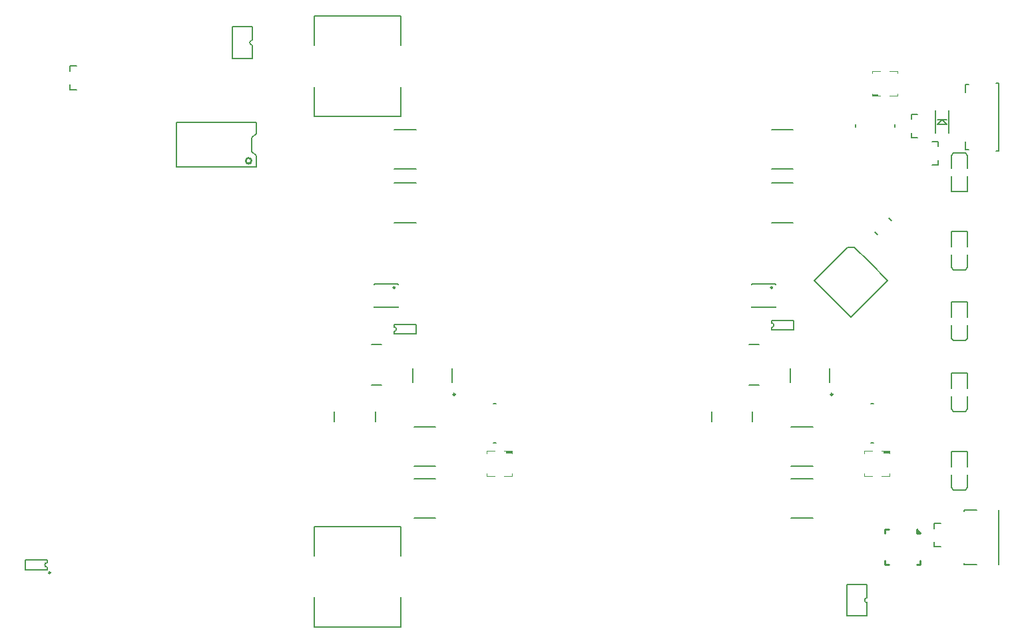
<source format=gbo>
G04 Layer_Color=32896*
%FSLAX44Y44*%
%MOMM*%
G71*
G01*
G75*
%ADD15C,0.2000*%
%ADD19C,0.2500*%
%ADD35C,0.2540*%
%ADD168C,0.1500*%
%ADD169C,0.1000*%
D15*
X481000Y-13000D02*
G03*
X481000Y-7000I0J3000D01*
G01*
X961000Y-8000D02*
G03*
X961000Y-2000I0J3000D01*
G01*
X300700Y358175D02*
G03*
X300700Y351825I0J-3175D01*
G01*
X1082700Y-351825D02*
G03*
X1082700Y-358175I0J-3175D01*
G01*
X40000Y-307000D02*
G03*
X40000Y-313000I0J-3000D01*
G01*
X1165000Y199000D02*
X1173000D01*
X1165000Y229000D02*
X1173000D01*
Y199000D02*
Y205000D01*
Y223000D02*
Y229000D01*
X1139000Y264000D02*
X1147000D01*
X1139000Y234000D02*
X1147000D01*
X1139000Y258000D02*
Y264000D01*
Y234000D02*
Y240000D01*
X1068000Y247500D02*
Y250500D01*
X1118000Y247500D02*
Y250500D01*
X607500Y-105000D02*
X610500D01*
X607500Y-155000D02*
X610500D01*
X380000Y-261000D02*
X490000D01*
X380000Y-389000D02*
X490000D01*
Y-298500D02*
Y-261000D01*
X380000Y-298500D02*
Y-261000D01*
X490000Y-389000D02*
Y-351500D01*
X380000Y-389000D02*
Y-351500D01*
X380000Y261000D02*
X490000D01*
X380000Y389000D02*
X490000D01*
X380000Y261000D02*
Y298500D01*
X490000Y261000D02*
Y298500D01*
X380000Y351500D02*
Y389000D01*
X490000Y351500D02*
Y389000D01*
X1087500Y-105000D02*
X1090500D01*
X1087500Y-155000D02*
X1090500D01*
X1247000Y217000D02*
X1250000D01*
Y303000D01*
X1247000D02*
X1250000D01*
X1208000Y218500D02*
Y228500D01*
Y218500D02*
X1212000D01*
X1208000Y291500D02*
Y301500D01*
X1212000D01*
X1206000Y-240000D02*
X1222000D01*
X1206000Y-242000D02*
Y-240000D01*
Y-310000D02*
Y-308000D01*
Y-310000D02*
X1222000D01*
X1250000D02*
Y-240000D01*
X486000Y47000D02*
Y48000D01*
X456000D02*
X486000D01*
X456000Y47000D02*
Y48000D01*
X486000Y18000D02*
Y19000D01*
X456000Y18000D02*
X486000D01*
X456000D02*
Y19000D01*
X966000Y47000D02*
Y48000D01*
X936000D02*
X966000D01*
X936000Y47000D02*
Y48000D01*
X966000Y18000D02*
Y19000D01*
X936000Y18000D02*
X966000D01*
X936000D02*
Y19000D01*
X481000Y-4000D02*
X509000D01*
Y-16000D02*
Y-4000D01*
X481000Y-16000D02*
X509000D01*
X481000Y-7000D02*
Y-4000D01*
Y-16000D02*
Y-13000D01*
X305800Y239250D02*
Y253500D01*
X300100Y233550D02*
X305800Y239250D01*
Y196500D02*
Y210750D01*
X300100Y216450D02*
X305800Y210750D01*
X300100Y216450D02*
Y233550D01*
X204200Y253500D02*
X305800D01*
X204200Y196500D02*
Y253500D01*
Y196500D02*
X305800D01*
X505000Y-78000D02*
Y-60000D01*
X555000Y-78000D02*
Y-60000D01*
X985000Y-78000D02*
Y-60000D01*
X1035000Y-78000D02*
Y-60000D01*
X961000Y1000D02*
X989000D01*
Y-11000D02*
Y1000D01*
X961000Y-11000D02*
X989000D01*
X961000Y-2000D02*
Y1000D01*
Y-11000D02*
Y-8000D01*
X1015351Y52000D02*
X1062020Y5331D01*
X1108689Y52000D01*
X1085355Y75335D02*
X1108689Y52000D01*
X1015351D02*
X1057777Y94426D01*
X1066263D01*
X1085355Y75335D01*
X1186500Y239700D02*
Y268500D01*
X1169500Y239700D02*
Y268500D01*
X1172000Y250700D02*
X1184000D01*
X1172000D02*
X1178000Y256700D01*
X1184000Y250700D01*
X1172000Y256700D02*
X1184000D01*
X1168000Y-257000D02*
X1176500D01*
X1168000Y-287000D02*
X1176500D01*
X1168000Y-263500D02*
Y-257000D01*
Y-287000D02*
Y-280500D01*
X300700Y335000D02*
Y351825D01*
Y358175D02*
Y375000D01*
X275300D02*
X300700D01*
X275300Y335000D02*
Y375000D01*
Y335000D02*
X300700D01*
X1082700Y-375000D02*
Y-358175D01*
Y-351825D02*
Y-335000D01*
X1057300D02*
X1082700D01*
X1057300Y-375000D02*
Y-335000D01*
Y-375000D02*
X1082700D01*
X69000Y325000D02*
X77500D01*
X69000Y295000D02*
X77500D01*
X69000Y318500D02*
Y325000D01*
Y295000D02*
Y301500D01*
X961250Y176000D02*
X988750D01*
X961250Y126000D02*
X988750D01*
X506250Y-200000D02*
X533750D01*
X506250Y-250000D02*
X533750D01*
X506250Y-134000D02*
X533750D01*
X506250Y-184000D02*
X533750D01*
X986250Y-200000D02*
X1013750D01*
X986250Y-250000D02*
X1013750D01*
X481250Y176000D02*
X508750D01*
X481250Y126000D02*
X508750D01*
X481250Y244000D02*
X508750D01*
X481250Y194000D02*
X508750D01*
X986250Y-134000D02*
X1013750D01*
X986250Y-184000D02*
X1013750D01*
X961250Y244000D02*
X988750D01*
X961250Y194000D02*
X988750D01*
X12000Y-316000D02*
X40000D01*
X12000D02*
Y-304000D01*
X40000D01*
Y-316000D02*
Y-313000D01*
Y-307000D02*
Y-304000D01*
D19*
X558800Y-93000D02*
G03*
X558800Y-93000I-1250J0D01*
G01*
X1038800Y-93000D02*
G03*
X1038800Y-93000I-1250J0D01*
G01*
D35*
X482000Y43000D02*
G03*
X482000Y43000I-1000J0D01*
G01*
X962000D02*
G03*
X962000Y43000I-1000J0D01*
G01*
X299706Y204394D02*
G03*
X299706Y204394I-3606J0D01*
G01*
X44000Y-320000D02*
G03*
X44000Y-320000I-1000J0D01*
G01*
X1150500Y-309500D02*
Y-304500D01*
X1145500Y-309500D02*
X1150500D01*
X1105500D02*
X1110500D01*
X1105500D02*
Y-304500D01*
Y-269500D02*
Y-264500D01*
X1110500D01*
X1145500Y-269500D02*
Y-264500D01*
X1150500Y-269500D01*
X1145500D02*
X1150500D01*
D168*
X1092767Y113575D02*
X1095595Y110747D01*
X1110445Y131253D02*
X1113273Y128425D01*
X457200Y-127700D02*
Y-115000D01*
X405200Y-127700D02*
Y-115000D01*
X452300Y-81000D02*
X465000D01*
X452300Y-29000D02*
X465000D01*
X932300Y-81000D02*
X945000D01*
X932300Y-29000D02*
X945000D01*
X937000Y-127700D02*
Y-115000D01*
X885000Y-127700D02*
Y-115000D01*
X1210540Y95000D02*
Y114540D01*
X1189460D02*
X1210540D01*
X1189460Y95000D02*
Y114540D01*
X1210540Y68540D02*
Y85000D01*
X1207460Y65460D02*
X1210540Y68540D01*
X1189460D02*
Y85000D01*
Y68540D02*
X1192540Y65460D01*
X1207460D01*
X1210540Y-85000D02*
Y-65460D01*
X1189460D02*
X1210540D01*
X1189460Y-85000D02*
Y-65460D01*
X1210540Y-111460D02*
Y-95000D01*
X1207460Y-114540D02*
X1210540Y-111460D01*
X1189460D02*
Y-95000D01*
Y-111460D02*
X1192540Y-114540D01*
X1207460D01*
X1210540Y5000D02*
Y24540D01*
X1189460D02*
X1210540D01*
X1189460Y5000D02*
Y24540D01*
X1210540Y-21460D02*
Y-5000D01*
X1207460Y-24540D02*
X1210540Y-21460D01*
X1189460D02*
Y-5000D01*
Y-21460D02*
X1192540Y-24540D01*
X1207460D01*
X1210540Y-185000D02*
Y-165460D01*
X1189460D02*
X1210540D01*
X1189460Y-185000D02*
Y-165460D01*
X1210540Y-211460D02*
Y-195000D01*
X1207460Y-214540D02*
X1210540Y-211460D01*
X1189460D02*
Y-195000D01*
Y-211460D02*
X1192540Y-214540D01*
X1207460D01*
X1189460Y165460D02*
Y185000D01*
Y165460D02*
X1210540D01*
Y185000D01*
X1189460Y195000D02*
Y211460D01*
X1192540Y214540D01*
X1210540Y195000D02*
Y211460D01*
X1207460Y214540D02*
X1210540Y211460D01*
X1192540Y214540D02*
X1207460D01*
D169*
X631000Y-168000D02*
Y-165000D01*
X621000D02*
X631000D01*
X599000D02*
X609000D01*
X599000Y-168000D02*
Y-165000D01*
Y-197000D02*
Y-194000D01*
Y-197000D02*
X609000D01*
X621000D02*
X631000D01*
Y-194000D01*
X623750Y-167250D02*
Y-165000D01*
Y-167250D02*
X631000D01*
Y-166500D01*
X623750D02*
X631000D01*
X623750D02*
Y-165750D01*
X631000D01*
X1111000Y-168000D02*
Y-165000D01*
X1101000D02*
X1111000D01*
X1079000D02*
X1089000D01*
X1079000Y-168000D02*
Y-165000D01*
Y-197000D02*
Y-194000D01*
Y-197000D02*
X1089000D01*
X1101000D02*
X1111000D01*
Y-194000D01*
X1103750Y-167250D02*
Y-165000D01*
Y-167250D02*
X1111000D01*
Y-166500D01*
X1103750D02*
X1111000D01*
X1103750D02*
Y-165750D01*
X1111000D01*
X1089000Y287000D02*
Y290000D01*
Y287000D02*
X1099000D01*
X1111000D02*
X1121000D01*
Y290000D01*
Y316000D02*
Y319000D01*
X1111000D02*
X1121000D01*
X1089000D02*
X1099000D01*
X1089000Y316000D02*
Y319000D01*
X1096250Y287000D02*
Y289250D01*
X1089000D02*
X1096250D01*
X1089000Y288500D02*
Y289250D01*
Y288500D02*
X1096250D01*
Y287750D02*
Y288500D01*
X1089000Y287750D02*
X1096250D01*
M02*

</source>
